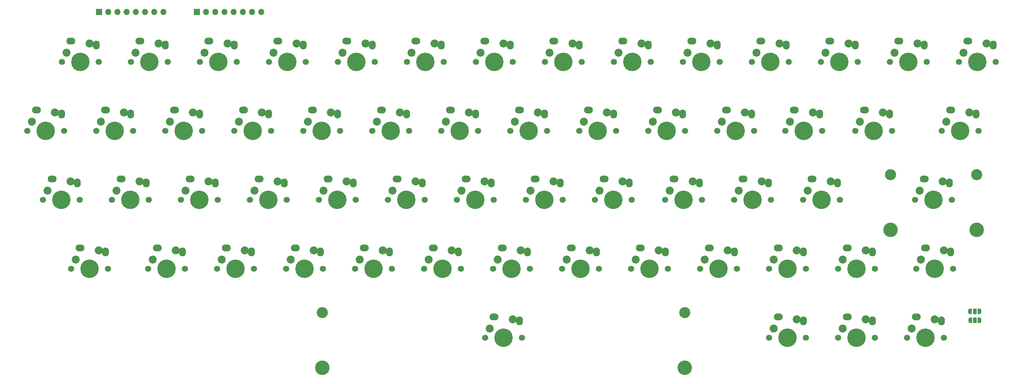
<source format=gbr>
G04 #@! TF.GenerationSoftware,KiCad,Pcbnew,7.0.6*
G04 #@! TF.CreationDate,2024-02-02T16:23:30-05:00*
G04 #@! TF.ProjectId,Galaksija-mx,47616c61-6b73-4696-9a61-2d6d782e6b69,1.0*
G04 #@! TF.SameCoordinates,Original*
G04 #@! TF.FileFunction,Soldermask,Bot*
G04 #@! TF.FilePolarity,Negative*
%FSLAX46Y46*%
G04 Gerber Fmt 4.6, Leading zero omitted, Abs format (unit mm)*
G04 Created by KiCad (PCBNEW 7.0.6) date 2024-02-02 16:23:30*
%MOMM*%
%LPD*%
G01*
G04 APERTURE LIST*
G04 Aperture macros list*
%AMFreePoly0*
4,1,19,0.550000,-0.750000,0.000000,-0.750000,0.000000,-0.744911,-0.071157,-0.744911,-0.207708,-0.704816,-0.327430,-0.627875,-0.420627,-0.520320,-0.479746,-0.390866,-0.500000,-0.250000,-0.500000,0.250000,-0.479746,0.390866,-0.420627,0.520320,-0.327430,0.627875,-0.207708,0.704816,-0.071157,0.744911,0.000000,0.744911,0.000000,0.750000,0.550000,0.750000,0.550000,-0.750000,0.550000,-0.750000,
$1*%
%AMFreePoly1*
4,1,19,0.000000,0.744911,0.071157,0.744911,0.207708,0.704816,0.327430,0.627875,0.420627,0.520320,0.479746,0.390866,0.500000,0.250000,0.500000,-0.250000,0.479746,-0.390866,0.420627,-0.520320,0.327430,-0.627875,0.207708,-0.704816,0.071157,-0.744911,0.000000,-0.744911,0.000000,-0.750000,-0.550000,-0.750000,-0.550000,0.750000,0.000000,0.750000,0.000000,0.744911,0.000000,0.744911,
$1*%
G04 Aperture macros list end*
%ADD10C,3.050000*%
%ADD11C,4.000000*%
%ADD12C,1.700000*%
%ADD13C,5.100000*%
%ADD14C,2.200000*%
%ADD15O,1.900000X2.450000*%
%ADD16O,2.450000X1.900000*%
%ADD17R,1.700000X1.700000*%
%ADD18O,1.700000X1.700000*%
%ADD19FreePoly0,180.000000*%
%ADD20R,1.000000X1.500000*%
%ADD21FreePoly1,180.000000*%
G04 APERTURE END LIST*
D10*
X126530000Y-131112500D03*
D11*
X126530000Y-146352500D03*
D12*
X171450000Y-138112500D03*
D13*
X176530000Y-138112500D03*
D12*
X181610000Y-138112500D03*
D10*
X226530000Y-131112500D03*
D11*
X226530000Y-146352500D03*
D14*
X179070000Y-133032500D03*
D15*
X180930000Y-133412500D03*
D14*
X172720000Y-135572500D03*
D16*
X173930000Y-132362500D03*
D12*
X287972500Y-138112500D03*
D13*
X293052500Y-138112500D03*
D12*
X298132500Y-138112500D03*
D14*
X295592500Y-133032500D03*
D15*
X297452500Y-133412500D03*
D14*
X289242500Y-135572500D03*
D16*
X290452500Y-132362500D03*
D12*
X144645000Y-100012500D03*
D13*
X149725000Y-100012500D03*
D12*
X154805000Y-100012500D03*
D14*
X152265000Y-94932500D03*
D15*
X154125000Y-95312500D03*
D14*
X145915000Y-97472500D03*
D16*
X147125000Y-94262500D03*
D12*
X273685000Y-80962500D03*
D13*
X278765000Y-80962500D03*
D12*
X283845000Y-80962500D03*
D14*
X281305000Y-75882500D03*
D15*
X283165000Y-76262500D03*
D14*
X274955000Y-78422500D03*
D16*
X276165000Y-75212500D03*
D12*
X121285000Y-80962500D03*
D13*
X126365000Y-80962500D03*
D12*
X131445000Y-80962500D03*
D14*
X128905000Y-75882500D03*
D15*
X130765000Y-76262500D03*
D14*
X122555000Y-78422500D03*
D16*
X123765000Y-75212500D03*
D12*
X297497500Y-80962500D03*
D13*
X302577500Y-80962500D03*
D12*
X307657500Y-80962500D03*
D14*
X305117500Y-75882500D03*
D15*
X306977500Y-76262500D03*
D14*
X298767500Y-78422500D03*
D16*
X299977500Y-75212500D03*
D12*
X116522500Y-119062500D03*
D13*
X121602500Y-119062500D03*
D12*
X126682500Y-119062500D03*
D14*
X124142500Y-113982500D03*
D15*
X126002500Y-114362500D03*
D14*
X117792500Y-116522500D03*
D16*
X119002500Y-113312500D03*
D12*
X221117500Y-100012500D03*
D13*
X226197500Y-100012500D03*
D12*
X231277500Y-100012500D03*
D14*
X228737500Y-94932500D03*
D15*
X230597500Y-95312500D03*
D14*
X222387500Y-97472500D03*
D16*
X223597500Y-94262500D03*
D12*
X135572500Y-119062500D03*
D13*
X140652500Y-119062500D03*
D12*
X145732500Y-119062500D03*
D14*
X143192500Y-113982500D03*
D15*
X145052500Y-114362500D03*
D14*
X136842500Y-116522500D03*
D16*
X138052500Y-113312500D03*
D12*
X57150000Y-119062500D03*
D13*
X62230000Y-119062500D03*
D12*
X67310000Y-119062500D03*
D14*
X64770000Y-113982500D03*
D15*
X66630000Y-114362500D03*
D14*
X58420000Y-116522500D03*
D16*
X59630000Y-113312500D03*
D12*
X264160000Y-61912500D03*
D13*
X269240000Y-61912500D03*
D12*
X274320000Y-61912500D03*
D14*
X271780000Y-56832500D03*
D15*
X273640000Y-57212500D03*
D14*
X265430000Y-59372500D03*
D16*
X266640000Y-56162500D03*
D12*
X149860000Y-61912500D03*
D13*
X154940000Y-61912500D03*
D12*
X160020000Y-61912500D03*
D14*
X157480000Y-56832500D03*
D15*
X159340000Y-57212500D03*
D14*
X151130000Y-59372500D03*
D16*
X152340000Y-56162500D03*
D12*
X102235000Y-80962500D03*
D13*
X107315000Y-80962500D03*
D12*
X112395000Y-80962500D03*
D14*
X109855000Y-75882500D03*
D15*
X111715000Y-76262500D03*
D14*
X103505000Y-78422500D03*
D16*
X104715000Y-75212500D03*
D12*
X73660000Y-61912500D03*
D13*
X78740000Y-61912500D03*
D12*
X83820000Y-61912500D03*
D14*
X81280000Y-56832500D03*
D15*
X83140000Y-57212500D03*
D14*
X74930000Y-59372500D03*
D16*
X76140000Y-56162500D03*
D12*
X78422500Y-119062500D03*
D13*
X83502500Y-119062500D03*
D12*
X88582500Y-119062500D03*
D14*
X86042500Y-113982500D03*
D15*
X87902500Y-114362500D03*
D14*
X79692500Y-116522500D03*
D16*
X80902500Y-113312500D03*
D12*
X178435000Y-80962500D03*
D13*
X183515000Y-80962500D03*
D12*
X188595000Y-80962500D03*
D14*
X186055000Y-75882500D03*
D15*
X187915000Y-76262500D03*
D14*
X179705000Y-78422500D03*
D16*
X180915000Y-75212500D03*
D12*
X259217500Y-100012500D03*
D13*
X264297500Y-100012500D03*
D12*
X269377500Y-100012500D03*
D14*
X266837500Y-94932500D03*
D15*
X268697500Y-95312500D03*
D14*
X260487500Y-97472500D03*
D16*
X261697500Y-94262500D03*
D12*
X240167500Y-100012500D03*
D13*
X245247500Y-100012500D03*
D12*
X250327500Y-100012500D03*
D14*
X247787500Y-94932500D03*
D15*
X249647500Y-95312500D03*
D14*
X241437500Y-97472500D03*
D16*
X242647500Y-94262500D03*
D12*
X154622500Y-119062500D03*
D13*
X159702500Y-119062500D03*
D12*
X164782500Y-119062500D03*
D14*
X162242500Y-113982500D03*
D15*
X164102500Y-114362500D03*
D14*
X155892500Y-116522500D03*
D16*
X157102500Y-113312500D03*
D12*
X283210000Y-61912500D03*
D13*
X288290000Y-61912500D03*
D12*
X293370000Y-61912500D03*
D14*
X290830000Y-56832500D03*
D15*
X292690000Y-57212500D03*
D14*
X284480000Y-59372500D03*
D16*
X285690000Y-56162500D03*
D12*
X92710000Y-61912500D03*
D13*
X97790000Y-61912500D03*
D12*
X102870000Y-61912500D03*
D14*
X100330000Y-56832500D03*
D15*
X102190000Y-57212500D03*
D14*
X93980000Y-59372500D03*
D16*
X95190000Y-56162500D03*
D12*
X197485000Y-80962500D03*
D13*
X202565000Y-80962500D03*
D12*
X207645000Y-80962500D03*
D14*
X205105000Y-75882500D03*
D15*
X206965000Y-76262500D03*
D14*
X198755000Y-78422500D03*
D16*
X199965000Y-75212500D03*
D12*
X211772500Y-119062500D03*
D13*
X216852500Y-119062500D03*
D12*
X221932500Y-119062500D03*
D14*
X219392500Y-113982500D03*
D15*
X221252500Y-114362500D03*
D14*
X213042500Y-116522500D03*
D16*
X214252500Y-113312500D03*
D12*
X192722500Y-119062500D03*
D13*
X197802500Y-119062500D03*
D12*
X202882500Y-119062500D03*
D14*
X200342500Y-113982500D03*
D15*
X202202500Y-114362500D03*
D14*
X193992500Y-116522500D03*
D16*
X195202500Y-113312500D03*
D12*
X87495000Y-100012500D03*
D13*
X92575000Y-100012500D03*
D12*
X97655000Y-100012500D03*
D14*
X95115000Y-94932500D03*
D15*
X96975000Y-95312500D03*
D14*
X88765000Y-97472500D03*
D16*
X89975000Y-94262500D03*
D12*
X235585000Y-80962500D03*
D13*
X240665000Y-80962500D03*
D12*
X245745000Y-80962500D03*
D14*
X243205000Y-75882500D03*
D15*
X245065000Y-76262500D03*
D14*
X236855000Y-78422500D03*
D16*
X238065000Y-75212500D03*
D12*
X45085000Y-80962500D03*
D13*
X50165000Y-80962500D03*
D12*
X55245000Y-80962500D03*
D14*
X52705000Y-75882500D03*
D15*
X54565000Y-76262500D03*
D14*
X46355000Y-78422500D03*
D16*
X47565000Y-75212500D03*
D12*
X68445000Y-100012500D03*
D13*
X73525000Y-100012500D03*
D12*
X78605000Y-100012500D03*
D14*
X76065000Y-94932500D03*
D15*
X77925000Y-95312500D03*
D14*
X69715000Y-97472500D03*
D16*
X70925000Y-94262500D03*
D12*
X111760000Y-61912500D03*
D13*
X116840000Y-61912500D03*
D12*
X121920000Y-61912500D03*
D14*
X119380000Y-56832500D03*
D15*
X121240000Y-57212500D03*
D14*
X113030000Y-59372500D03*
D16*
X114240000Y-56162500D03*
D12*
X249872500Y-119062500D03*
D13*
X254952500Y-119062500D03*
D12*
X260032500Y-119062500D03*
D14*
X257492500Y-113982500D03*
D15*
X259352500Y-114362500D03*
D14*
X251142500Y-116522500D03*
D16*
X252352500Y-113312500D03*
D12*
X201795000Y-100012500D03*
D13*
X206875000Y-100012500D03*
D12*
X211955000Y-100012500D03*
D14*
X209415000Y-94932500D03*
D15*
X211275000Y-95312500D03*
D14*
X203065000Y-97472500D03*
D16*
X204275000Y-94262500D03*
D12*
X268922500Y-138112500D03*
D13*
X274002500Y-138112500D03*
D12*
X279082500Y-138112500D03*
D14*
X276542500Y-133032500D03*
D15*
X278402500Y-133412500D03*
D14*
X270192500Y-135572500D03*
D16*
X271402500Y-132362500D03*
D12*
X182745000Y-100012500D03*
D13*
X187825000Y-100012500D03*
D12*
X192905000Y-100012500D03*
D14*
X190365000Y-94932500D03*
D15*
X192225000Y-95312500D03*
D14*
X184015000Y-97472500D03*
D16*
X185225000Y-94262500D03*
D17*
X64890000Y-48112500D03*
D18*
X67430000Y-48112500D03*
X69970000Y-48112500D03*
X72510000Y-48112500D03*
X75050000Y-48112500D03*
X77590000Y-48112500D03*
X80130000Y-48112500D03*
X82670000Y-48112500D03*
D12*
X159385000Y-80962500D03*
D13*
X164465000Y-80962500D03*
D12*
X169545000Y-80962500D03*
D14*
X167005000Y-75882500D03*
D15*
X168865000Y-76262500D03*
D14*
X160655000Y-78422500D03*
D16*
X161865000Y-75212500D03*
D12*
X140335000Y-80962500D03*
D13*
X145415000Y-80962500D03*
D12*
X150495000Y-80962500D03*
D14*
X147955000Y-75882500D03*
D15*
X149815000Y-76262500D03*
D14*
X141605000Y-78422500D03*
D16*
X142815000Y-75212500D03*
D12*
X290512500Y-119062500D03*
D13*
X295592500Y-119062500D03*
D12*
X300672500Y-119062500D03*
D14*
X298132500Y-113982500D03*
D15*
X299992500Y-114362500D03*
D14*
X291782500Y-116522500D03*
D16*
X292992500Y-113312500D03*
D10*
X283375000Y-93012500D03*
D11*
X283375000Y-108252500D03*
D12*
X290195000Y-100012500D03*
D13*
X295275000Y-100012500D03*
D12*
X300355000Y-100012500D03*
D10*
X307175000Y-93012500D03*
D11*
X307175000Y-108252500D03*
D14*
X297815000Y-94932500D03*
D15*
X299675000Y-95312500D03*
D14*
X291465000Y-97472500D03*
D16*
X292675000Y-94262500D03*
D12*
X207010000Y-61912500D03*
D13*
X212090000Y-61912500D03*
D12*
X217170000Y-61912500D03*
D14*
X214630000Y-56832500D03*
D15*
X216490000Y-57212500D03*
D14*
X208280000Y-59372500D03*
D16*
X209490000Y-56162500D03*
D12*
X216535000Y-80962500D03*
D13*
X221615000Y-80962500D03*
D12*
X226695000Y-80962500D03*
D14*
X224155000Y-75882500D03*
D15*
X226015000Y-76262500D03*
D14*
X217805000Y-78422500D03*
D16*
X219015000Y-75212500D03*
D12*
X168910000Y-61912500D03*
D13*
X173990000Y-61912500D03*
D12*
X179070000Y-61912500D03*
D14*
X176530000Y-56832500D03*
D15*
X178390000Y-57212500D03*
D14*
X170180000Y-59372500D03*
D16*
X171390000Y-56162500D03*
D12*
X230822500Y-119062500D03*
D13*
X235902500Y-119062500D03*
D12*
X240982500Y-119062500D03*
D14*
X238442500Y-113982500D03*
D15*
X240302500Y-114362500D03*
D14*
X232092500Y-116522500D03*
D16*
X233302500Y-113312500D03*
D12*
X125595000Y-100012500D03*
D13*
X130675000Y-100012500D03*
D12*
X135755000Y-100012500D03*
D14*
X133215000Y-94932500D03*
D15*
X135075000Y-95312500D03*
D14*
X126865000Y-97472500D03*
D16*
X128075000Y-94262500D03*
D17*
X91890000Y-48112500D03*
D18*
X94430000Y-48112500D03*
X96970000Y-48112500D03*
X99510000Y-48112500D03*
X102050000Y-48112500D03*
X104590000Y-48112500D03*
X107130000Y-48112500D03*
X109670000Y-48112500D03*
D12*
X254317500Y-80962500D03*
D13*
X259397500Y-80962500D03*
D12*
X264477500Y-80962500D03*
D14*
X261937500Y-75882500D03*
D15*
X263797500Y-76262500D03*
D14*
X255587500Y-78422500D03*
D16*
X256797500Y-75212500D03*
D12*
X130810000Y-61912500D03*
D13*
X135890000Y-61912500D03*
D12*
X140970000Y-61912500D03*
D14*
X138430000Y-56832500D03*
D15*
X140290000Y-57212500D03*
D14*
X132080000Y-59372500D03*
D16*
X133290000Y-56162500D03*
D12*
X226060000Y-61912500D03*
D13*
X231140000Y-61912500D03*
D12*
X236220000Y-61912500D03*
D14*
X233680000Y-56832500D03*
D15*
X235540000Y-57212500D03*
D14*
X227330000Y-59372500D03*
D16*
X228540000Y-56162500D03*
D12*
X49395000Y-100012500D03*
D13*
X54475000Y-100012500D03*
D12*
X59555000Y-100012500D03*
D14*
X57015000Y-94932500D03*
D15*
X58875000Y-95312500D03*
D14*
X50665000Y-97472500D03*
D16*
X51875000Y-94262500D03*
D12*
X302260000Y-61912500D03*
D13*
X307340000Y-61912500D03*
D12*
X312420000Y-61912500D03*
D14*
X309880000Y-56832500D03*
D15*
X311740000Y-57212500D03*
D14*
X303530000Y-59372500D03*
D16*
X304740000Y-56162500D03*
D12*
X187960000Y-61912500D03*
D13*
X193040000Y-61912500D03*
D12*
X198120000Y-61912500D03*
D14*
X195580000Y-56832500D03*
D15*
X197440000Y-57212500D03*
D14*
X189230000Y-59372500D03*
D16*
X190440000Y-56162500D03*
D12*
X97472500Y-119062500D03*
D13*
X102552500Y-119062500D03*
D12*
X107632500Y-119062500D03*
D14*
X105092500Y-113982500D03*
D15*
X106952500Y-114362500D03*
D14*
X98742500Y-116522500D03*
D16*
X99952500Y-113312500D03*
D12*
X106545000Y-100012500D03*
D13*
X111625000Y-100012500D03*
D12*
X116705000Y-100012500D03*
D14*
X114165000Y-94932500D03*
D15*
X116025000Y-95312500D03*
D14*
X107815000Y-97472500D03*
D16*
X109025000Y-94262500D03*
D12*
X83185000Y-80962500D03*
D13*
X88265000Y-80962500D03*
D12*
X93345000Y-80962500D03*
D14*
X90805000Y-75882500D03*
D15*
X92665000Y-76262500D03*
D14*
X84455000Y-78422500D03*
D16*
X85665000Y-75212500D03*
D12*
X268922500Y-119062500D03*
D13*
X274002500Y-119062500D03*
D12*
X279082500Y-119062500D03*
D14*
X276542500Y-113982500D03*
D15*
X278402500Y-114362500D03*
D14*
X270192500Y-116522500D03*
D16*
X271402500Y-113312500D03*
D12*
X245110000Y-61912500D03*
D13*
X250190000Y-61912500D03*
D12*
X255270000Y-61912500D03*
D14*
X252730000Y-56832500D03*
D15*
X254590000Y-57212500D03*
D14*
X246380000Y-59372500D03*
D16*
X247590000Y-56162500D03*
D12*
X163695000Y-100012500D03*
D13*
X168775000Y-100012500D03*
D12*
X173855000Y-100012500D03*
D14*
X171315000Y-94932500D03*
D15*
X173175000Y-95312500D03*
D14*
X164965000Y-97472500D03*
D16*
X166175000Y-94262500D03*
D12*
X54610000Y-61912500D03*
D13*
X59690000Y-61912500D03*
D12*
X64770000Y-61912500D03*
D14*
X62230000Y-56832500D03*
D15*
X64090000Y-57212500D03*
D14*
X55880000Y-59372500D03*
D16*
X57090000Y-56162500D03*
D12*
X64135000Y-80962500D03*
D13*
X69215000Y-80962500D03*
D12*
X74295000Y-80962500D03*
D14*
X71755000Y-75882500D03*
D15*
X73615000Y-76262500D03*
D14*
X65405000Y-78422500D03*
D16*
X66615000Y-75212500D03*
D12*
X173672500Y-119062500D03*
D13*
X178752500Y-119062500D03*
D12*
X183832500Y-119062500D03*
D14*
X181292500Y-113982500D03*
D15*
X183152500Y-114362500D03*
D14*
X174942500Y-116522500D03*
D16*
X176152500Y-113312500D03*
D12*
X249872500Y-138112500D03*
D13*
X254952500Y-138112500D03*
D12*
X260032500Y-138112500D03*
D14*
X257492500Y-133032500D03*
D15*
X259352500Y-133412500D03*
D14*
X251142500Y-135572500D03*
D16*
X252352500Y-132362500D03*
D19*
X307930000Y-130772500D03*
D20*
X306630000Y-130772500D03*
D21*
X305330000Y-130772500D03*
D19*
X307960000Y-133252500D03*
D20*
X306660000Y-133252500D03*
D21*
X305360000Y-133252500D03*
M02*

</source>
